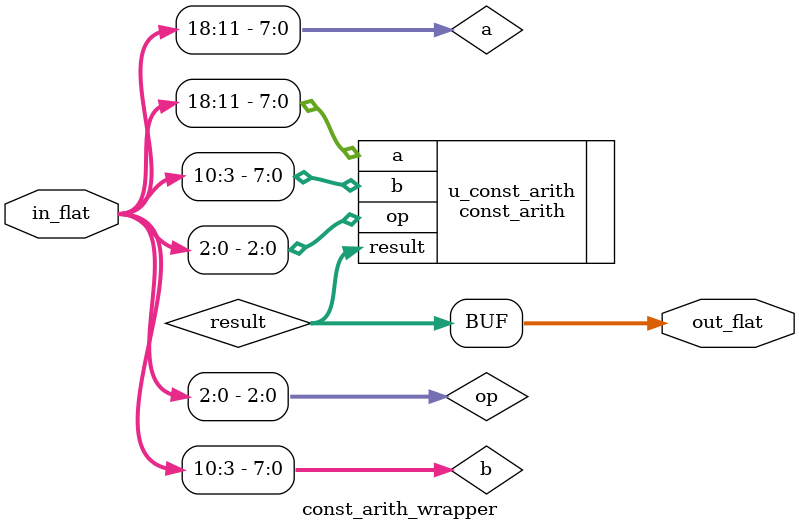
<source format=sv>
`include "sample_const_arith.sv"

module const_arith_wrapper (
    input  wire [18:0] in_flat,
    output wire [7:0] out_flat
);

  // Slice `in_flat` into original inputs
  wire [7:0] a = in_flat[18:11];
  wire [7:0] b = in_flat[10:3];
  wire [2:0] op = in_flat[2:0];

  // Wires to capture original module outputs
  wire [7:0] result;

  // Instantiate the original module
  const_arith u_const_arith (
    .a(a),
    .b(b),
    .op(op),
    .result(result)
  );

  // Pack original outputs into `out_flat`
  assign out_flat[7:0] = result;

endmodule  // const_arith_wrapper
</source>
